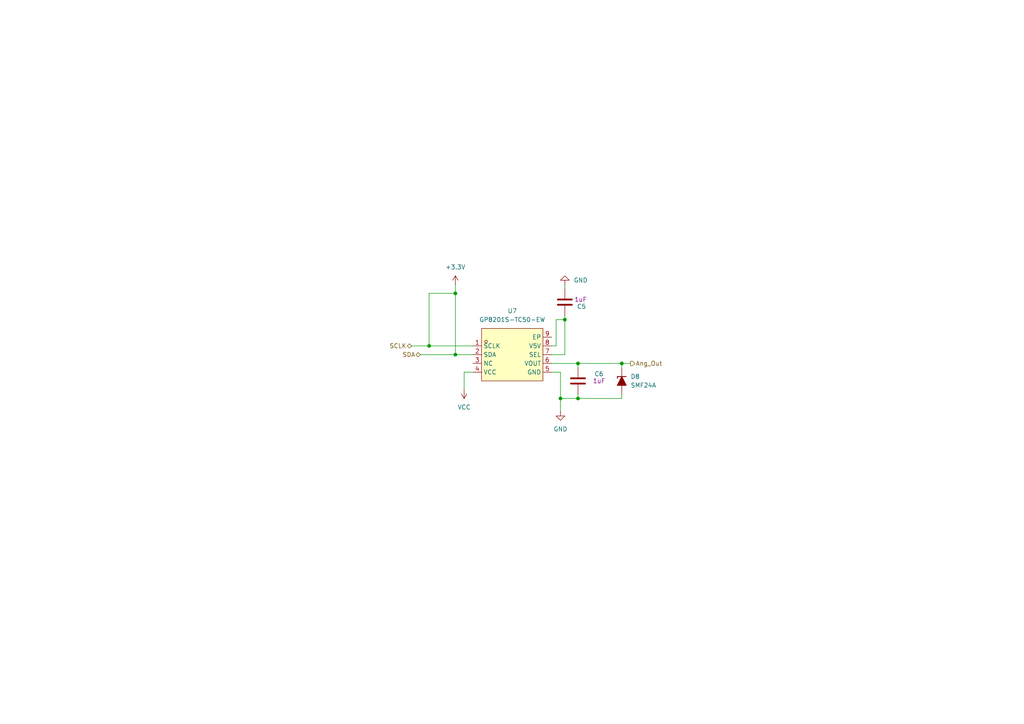
<source format=kicad_sch>
(kicad_sch
	(version 20250114)
	(generator "eeschema")
	(generator_version "9.0")
	(uuid "6f9a5437-dbfe-4803-89c9-79ffa71a6c87")
	(paper "A4")
	(lib_symbols
		(symbol "EDA:GP8201S-TC50-EW"
			(exclude_from_sim no)
			(in_bom yes)
			(on_board yes)
			(property "Reference" "U"
				(at 0 10.16 0)
				(effects
					(font
						(size 1.27 1.27)
					)
				)
			)
			(property "Value" "GP8201S-TC50-EW"
				(at 0 -10.16 0)
				(effects
					(font
						(size 1.27 1.27)
					)
				)
			)
			(property "Footprint" "EasyEDA:ESOP-8_L4.9-W3.9-P1.27-LS6.0-BL-EP"
				(at 0 -12.7 0)
				(effects
					(font
						(size 1.27 1.27)
					)
					(hide yes)
				)
			)
			(property "Datasheet" ""
				(at 0 0 0)
				(effects
					(font
						(size 1.27 1.27)
					)
					(hide yes)
				)
			)
			(property "Description" ""
				(at 0 0 0)
				(effects
					(font
						(size 1.27 1.27)
					)
					(hide yes)
				)
			)
			(property "LCSC Part" "C5240058"
				(at 0 -15.24 0)
				(effects
					(font
						(size 1.27 1.27)
					)
					(hide yes)
				)
			)
			(symbol "GP8201S-TC50-EW_0_1"
				(rectangle
					(start -8.89 7.62)
					(end 8.89 -7.62)
					(stroke
						(width 0)
						(type default)
					)
					(fill
						(type background)
					)
				)
				(circle
					(center -7.62 3.81)
					(radius 0.38)
					(stroke
						(width 0)
						(type default)
					)
					(fill
						(type none)
					)
				)
				(pin unspecified line
					(at -11.43 2.54 0)
					(length 2.54)
					(name "SCLK"
						(effects
							(font
								(size 1.27 1.27)
							)
						)
					)
					(number "1"
						(effects
							(font
								(size 1.27 1.27)
							)
						)
					)
				)
				(pin unspecified line
					(at -11.43 0 0)
					(length 2.54)
					(name "SDA"
						(effects
							(font
								(size 1.27 1.27)
							)
						)
					)
					(number "2"
						(effects
							(font
								(size 1.27 1.27)
							)
						)
					)
				)
				(pin unspecified line
					(at -11.43 -2.54 0)
					(length 2.54)
					(name "NC"
						(effects
							(font
								(size 1.27 1.27)
							)
						)
					)
					(number "3"
						(effects
							(font
								(size 1.27 1.27)
							)
						)
					)
				)
				(pin unspecified line
					(at -11.43 -5.08 0)
					(length 2.54)
					(name "VCC"
						(effects
							(font
								(size 1.27 1.27)
							)
						)
					)
					(number "4"
						(effects
							(font
								(size 1.27 1.27)
							)
						)
					)
				)
				(pin unspecified line
					(at 11.43 5.08 180)
					(length 2.54)
					(name "EP"
						(effects
							(font
								(size 1.27 1.27)
							)
						)
					)
					(number "9"
						(effects
							(font
								(size 1.27 1.27)
							)
						)
					)
				)
				(pin unspecified line
					(at 11.43 2.54 180)
					(length 2.54)
					(name "V5V"
						(effects
							(font
								(size 1.27 1.27)
							)
						)
					)
					(number "8"
						(effects
							(font
								(size 1.27 1.27)
							)
						)
					)
				)
				(pin unspecified line
					(at 11.43 0 180)
					(length 2.54)
					(name "SEL"
						(effects
							(font
								(size 1.27 1.27)
							)
						)
					)
					(number "7"
						(effects
							(font
								(size 1.27 1.27)
							)
						)
					)
				)
				(pin unspecified line
					(at 11.43 -2.54 180)
					(length 2.54)
					(name "VOUT"
						(effects
							(font
								(size 1.27 1.27)
							)
						)
					)
					(number "6"
						(effects
							(font
								(size 1.27 1.27)
							)
						)
					)
				)
				(pin unspecified line
					(at 11.43 -5.08 180)
					(length 2.54)
					(name "GND"
						(effects
							(font
								(size 1.27 1.27)
							)
						)
					)
					(number "5"
						(effects
							(font
								(size 1.27 1.27)
							)
						)
					)
				)
			)
			(embedded_fonts no)
		)
		(symbol "PCM_Capacitor_US_AKL:C_0603"
			(pin_numbers
				(hide yes)
			)
			(pin_names
				(offset 0.254)
			)
			(exclude_from_sim no)
			(in_bom yes)
			(on_board yes)
			(property "Reference" "C"
				(at 0.635 2.54 0)
				(effects
					(font
						(size 1.27 1.27)
					)
					(justify left)
				)
			)
			(property "Value" "C_0603"
				(at 0.635 -2.54 0)
				(effects
					(font
						(size 1.27 1.27)
					)
					(justify left)
				)
			)
			(property "Footprint" "PCM_Capacitor_SMD_AKL:C_0603_1608Metric"
				(at 0.9652 -3.81 0)
				(effects
					(font
						(size 1.27 1.27)
					)
					(hide yes)
				)
			)
			(property "Datasheet" "~"
				(at 0 0 0)
				(effects
					(font
						(size 1.27 1.27)
					)
					(hide yes)
				)
			)
			(property "Description" "SMD 0603 MLCC capacitor, Alternate KiCad Library"
				(at 0 0 0)
				(effects
					(font
						(size 1.27 1.27)
					)
					(hide yes)
				)
			)
			(property "ki_keywords" "cap capacitor ceramic chip mlcc smd 0603"
				(at 0 0 0)
				(effects
					(font
						(size 1.27 1.27)
					)
					(hide yes)
				)
			)
			(property "ki_fp_filters" "C_*"
				(at 0 0 0)
				(effects
					(font
						(size 1.27 1.27)
					)
					(hide yes)
				)
			)
			(symbol "C_0603_0_1"
				(polyline
					(pts
						(xy -2.032 0.762) (xy 2.032 0.762)
					)
					(stroke
						(width 0.508)
						(type default)
					)
					(fill
						(type none)
					)
				)
				(polyline
					(pts
						(xy -2.032 -0.762) (xy 2.032 -0.762)
					)
					(stroke
						(width 0.508)
						(type default)
					)
					(fill
						(type none)
					)
				)
			)
			(symbol "C_0603_0_2"
				(polyline
					(pts
						(xy -2.54 -2.54) (xy -0.381 -0.381)
					)
					(stroke
						(width 0)
						(type default)
					)
					(fill
						(type none)
					)
				)
				(polyline
					(pts
						(xy -0.508 -0.508) (xy -1.651 0.635)
					)
					(stroke
						(width 0.508)
						(type default)
					)
					(fill
						(type none)
					)
				)
				(polyline
					(pts
						(xy -0.508 -0.508) (xy 0.635 -1.651)
					)
					(stroke
						(width 0.508)
						(type default)
					)
					(fill
						(type none)
					)
				)
				(polyline
					(pts
						(xy 0.381 0.381) (xy 2.54 2.54)
					)
					(stroke
						(width 0)
						(type default)
					)
					(fill
						(type none)
					)
				)
				(polyline
					(pts
						(xy 0.508 0.508) (xy -0.635 1.651)
					)
					(stroke
						(width 0.508)
						(type default)
					)
					(fill
						(type none)
					)
				)
				(polyline
					(pts
						(xy 0.508 0.508) (xy 1.651 -0.635)
					)
					(stroke
						(width 0.508)
						(type default)
					)
					(fill
						(type none)
					)
				)
			)
			(symbol "C_0603_1_1"
				(pin passive line
					(at 0 3.81 270)
					(length 2.794)
					(name "~"
						(effects
							(font
								(size 1.27 1.27)
							)
						)
					)
					(number "1"
						(effects
							(font
								(size 1.27 1.27)
							)
						)
					)
				)
				(pin passive line
					(at 0 -3.81 90)
					(length 2.794)
					(name "~"
						(effects
							(font
								(size 1.27 1.27)
							)
						)
					)
					(number "2"
						(effects
							(font
								(size 1.27 1.27)
							)
						)
					)
				)
			)
			(symbol "C_0603_1_2"
				(pin passive line
					(at -2.54 -2.54 90)
					(length 0)
					(name "~"
						(effects
							(font
								(size 1.27 1.27)
							)
						)
					)
					(number "2"
						(effects
							(font
								(size 1.27 1.27)
							)
						)
					)
				)
				(pin passive line
					(at 2.54 2.54 270)
					(length 0)
					(name "~"
						(effects
							(font
								(size 1.27 1.27)
							)
						)
					)
					(number "1"
						(effects
							(font
								(size 1.27 1.27)
							)
						)
					)
				)
			)
			(embedded_fonts no)
		)
		(symbol "PCM_Diode_TVS_AKL:SMF24A"
			(pin_numbers
				(hide yes)
			)
			(pin_names
				(offset 1.016)
				(hide yes)
			)
			(exclude_from_sim no)
			(in_bom yes)
			(on_board yes)
			(property "Reference" "D"
				(at 0 5.08 0)
				(effects
					(font
						(size 1.27 1.27)
					)
				)
			)
			(property "Value" "SMF24A"
				(at 0 2.54 0)
				(effects
					(font
						(size 1.27 1.27)
					)
				)
			)
			(property "Footprint" "PCM_Diode_SMD_AKL:D_SOD-123F"
				(at 0 0 0)
				(effects
					(font
						(size 1.27 1.27)
					)
					(hide yes)
				)
			)
			(property "Datasheet" "https://www.tme.eu/Document/95faf1e5e821ed1b438500c66c7b0bd9/smf50a.pdf"
				(at 0 0 0)
				(effects
					(font
						(size 1.27 1.27)
					)
					(hide yes)
				)
			)
			(property "Description" "SOD-123F Unidirectional TVS diode, 24V, 200W, Alternate KiCAD Library"
				(at 0 0 0)
				(effects
					(font
						(size 1.27 1.27)
					)
					(hide yes)
				)
			)
			(property "ki_keywords" "diode unidirectional TVS SMF-A"
				(at 0 0 0)
				(effects
					(font
						(size 1.27 1.27)
					)
					(hide yes)
				)
			)
			(property "ki_fp_filters" "TO-???* *_Diode_* *SingleDiode* D_*"
				(at 0 0 0)
				(effects
					(font
						(size 1.27 1.27)
					)
					(hide yes)
				)
			)
			(symbol "SMF24A_0_1"
				(polyline
					(pts
						(xy -1.27 1.27) (xy -1.27 -1.27) (xy 1.27 0) (xy -1.27 1.27)
					)
					(stroke
						(width 0.254)
						(type default)
					)
					(fill
						(type outline)
					)
				)
				(polyline
					(pts
						(xy -1.27 0) (xy 1.27 0)
					)
					(stroke
						(width 0)
						(type default)
					)
					(fill
						(type none)
					)
				)
				(polyline
					(pts
						(xy 1.27 1.27) (xy 0.762 1.27)
					)
					(stroke
						(width 0.254)
						(type default)
					)
					(fill
						(type none)
					)
				)
				(polyline
					(pts
						(xy 1.27 -1.27) (xy 1.27 1.27)
					)
					(stroke
						(width 0.254)
						(type default)
					)
					(fill
						(type none)
					)
				)
			)
			(symbol "SMF24A_0_2"
				(polyline
					(pts
						(xy -2.54 -2.54) (xy 2.54 2.54)
					)
					(stroke
						(width 0)
						(type default)
					)
					(fill
						(type none)
					)
				)
				(polyline
					(pts
						(xy -0.889 -0.889) (xy -1.778 0) (xy 0.889 0.889) (xy 0 -1.778) (xy -0.889 -0.889)
					)
					(stroke
						(width 0.254)
						(type default)
					)
					(fill
						(type outline)
					)
				)
				(polyline
					(pts
						(xy 0 1.778) (xy -0.381 1.397)
					)
					(stroke
						(width 0.254)
						(type default)
					)
					(fill
						(type none)
					)
				)
				(polyline
					(pts
						(xy 0 1.778) (xy 1.778 0)
					)
					(stroke
						(width 0.254)
						(type default)
					)
					(fill
						(type none)
					)
				)
			)
			(symbol "SMF24A_1_1"
				(pin passive line
					(at -3.81 0 0)
					(length 2.54)
					(name "A"
						(effects
							(font
								(size 1.27 1.27)
							)
						)
					)
					(number "2"
						(effects
							(font
								(size 1.27 1.27)
							)
						)
					)
				)
				(pin passive line
					(at 3.81 0 180)
					(length 2.54)
					(name "K"
						(effects
							(font
								(size 1.27 1.27)
							)
						)
					)
					(number "1"
						(effects
							(font
								(size 1.27 1.27)
							)
						)
					)
				)
			)
			(symbol "SMF24A_1_2"
				(pin passive line
					(at -2.54 -2.54 0)
					(length 0)
					(name "A"
						(effects
							(font
								(size 1.27 1.27)
							)
						)
					)
					(number "2"
						(effects
							(font
								(size 1.27 1.27)
							)
						)
					)
				)
				(pin passive line
					(at 2.54 2.54 180)
					(length 0)
					(name "K"
						(effects
							(font
								(size 1.27 1.27)
							)
						)
					)
					(number "1"
						(effects
							(font
								(size 1.27 1.27)
							)
						)
					)
				)
			)
			(embedded_fonts no)
		)
		(symbol "power:+3.3V"
			(power)
			(pin_numbers
				(hide yes)
			)
			(pin_names
				(offset 0)
				(hide yes)
			)
			(exclude_from_sim no)
			(in_bom yes)
			(on_board yes)
			(property "Reference" "#PWR"
				(at 0 -3.81 0)
				(effects
					(font
						(size 1.27 1.27)
					)
					(hide yes)
				)
			)
			(property "Value" "+3.3V"
				(at 0 3.556 0)
				(effects
					(font
						(size 1.27 1.27)
					)
				)
			)
			(property "Footprint" ""
				(at 0 0 0)
				(effects
					(font
						(size 1.27 1.27)
					)
					(hide yes)
				)
			)
			(property "Datasheet" ""
				(at 0 0 0)
				(effects
					(font
						(size 1.27 1.27)
					)
					(hide yes)
				)
			)
			(property "Description" "Power symbol creates a global label with name \"+3.3V\""
				(at 0 0 0)
				(effects
					(font
						(size 1.27 1.27)
					)
					(hide yes)
				)
			)
			(property "ki_keywords" "global power"
				(at 0 0 0)
				(effects
					(font
						(size 1.27 1.27)
					)
					(hide yes)
				)
			)
			(symbol "+3.3V_0_1"
				(polyline
					(pts
						(xy -0.762 1.27) (xy 0 2.54)
					)
					(stroke
						(width 0)
						(type default)
					)
					(fill
						(type none)
					)
				)
				(polyline
					(pts
						(xy 0 2.54) (xy 0.762 1.27)
					)
					(stroke
						(width 0)
						(type default)
					)
					(fill
						(type none)
					)
				)
				(polyline
					(pts
						(xy 0 0) (xy 0 2.54)
					)
					(stroke
						(width 0)
						(type default)
					)
					(fill
						(type none)
					)
				)
			)
			(symbol "+3.3V_1_1"
				(pin power_in line
					(at 0 0 90)
					(length 0)
					(name "~"
						(effects
							(font
								(size 1.27 1.27)
							)
						)
					)
					(number "1"
						(effects
							(font
								(size 1.27 1.27)
							)
						)
					)
				)
			)
			(embedded_fonts no)
		)
		(symbol "power:GND"
			(power)
			(pin_numbers
				(hide yes)
			)
			(pin_names
				(offset 0)
				(hide yes)
			)
			(exclude_from_sim no)
			(in_bom yes)
			(on_board yes)
			(property "Reference" "#PWR"
				(at 0 -6.35 0)
				(effects
					(font
						(size 1.27 1.27)
					)
					(hide yes)
				)
			)
			(property "Value" "GND"
				(at 0 -3.81 0)
				(effects
					(font
						(size 1.27 1.27)
					)
				)
			)
			(property "Footprint" ""
				(at 0 0 0)
				(effects
					(font
						(size 1.27 1.27)
					)
					(hide yes)
				)
			)
			(property "Datasheet" ""
				(at 0 0 0)
				(effects
					(font
						(size 1.27 1.27)
					)
					(hide yes)
				)
			)
			(property "Description" "Power symbol creates a global label with name \"GND\" , ground"
				(at 0 0 0)
				(effects
					(font
						(size 1.27 1.27)
					)
					(hide yes)
				)
			)
			(property "ki_keywords" "global power"
				(at 0 0 0)
				(effects
					(font
						(size 1.27 1.27)
					)
					(hide yes)
				)
			)
			(symbol "GND_0_1"
				(polyline
					(pts
						(xy 0 0) (xy 0 -1.27) (xy 1.27 -1.27) (xy 0 -2.54) (xy -1.27 -1.27) (xy 0 -1.27)
					)
					(stroke
						(width 0)
						(type default)
					)
					(fill
						(type none)
					)
				)
			)
			(symbol "GND_1_1"
				(pin power_in line
					(at 0 0 270)
					(length 0)
					(name "~"
						(effects
							(font
								(size 1.27 1.27)
							)
						)
					)
					(number "1"
						(effects
							(font
								(size 1.27 1.27)
							)
						)
					)
				)
			)
			(embedded_fonts no)
		)
		(symbol "power:VCC"
			(power)
			(pin_numbers
				(hide yes)
			)
			(pin_names
				(offset 0)
				(hide yes)
			)
			(exclude_from_sim no)
			(in_bom yes)
			(on_board yes)
			(property "Reference" "#PWR"
				(at 0 -3.81 0)
				(effects
					(font
						(size 1.27 1.27)
					)
					(hide yes)
				)
			)
			(property "Value" "VCC"
				(at 0 3.556 0)
				(effects
					(font
						(size 1.27 1.27)
					)
				)
			)
			(property "Footprint" ""
				(at 0 0 0)
				(effects
					(font
						(size 1.27 1.27)
					)
					(hide yes)
				)
			)
			(property "Datasheet" ""
				(at 0 0 0)
				(effects
					(font
						(size 1.27 1.27)
					)
					(hide yes)
				)
			)
			(property "Description" "Power symbol creates a global label with name \"VCC\""
				(at 0 0 0)
				(effects
					(font
						(size 1.27 1.27)
					)
					(hide yes)
				)
			)
			(property "ki_keywords" "global power"
				(at 0 0 0)
				(effects
					(font
						(size 1.27 1.27)
					)
					(hide yes)
				)
			)
			(symbol "VCC_0_1"
				(polyline
					(pts
						(xy -0.762 1.27) (xy 0 2.54)
					)
					(stroke
						(width 0)
						(type default)
					)
					(fill
						(type none)
					)
				)
				(polyline
					(pts
						(xy 0 2.54) (xy 0.762 1.27)
					)
					(stroke
						(width 0)
						(type default)
					)
					(fill
						(type none)
					)
				)
				(polyline
					(pts
						(xy 0 0) (xy 0 2.54)
					)
					(stroke
						(width 0)
						(type default)
					)
					(fill
						(type none)
					)
				)
			)
			(symbol "VCC_1_1"
				(pin power_in line
					(at 0 0 90)
					(length 0)
					(name "~"
						(effects
							(font
								(size 1.27 1.27)
							)
						)
					)
					(number "1"
						(effects
							(font
								(size 1.27 1.27)
							)
						)
					)
				)
			)
			(embedded_fonts no)
		)
	)
	(junction
		(at 167.64 115.57)
		(diameter 0)
		(color 0 0 0 0)
		(uuid "09e4e9b7-6f5d-432c-b3b9-f0f3b8c97eb9")
	)
	(junction
		(at 180.34 105.41)
		(diameter 0)
		(color 0 0 0 0)
		(uuid "43e1bc8e-4515-499f-840a-7c58dbb84e54")
	)
	(junction
		(at 124.46 100.33)
		(diameter 0)
		(color 0 0 0 0)
		(uuid "576e1280-0e7b-431c-93af-25c32f775a99")
	)
	(junction
		(at 132.08 85.09)
		(diameter 0)
		(color 0 0 0 0)
		(uuid "8b612a0a-96d1-401f-91d6-1f0679119896")
	)
	(junction
		(at 132.08 102.87)
		(diameter 0)
		(color 0 0 0 0)
		(uuid "9340dfbf-9e15-47d1-babc-2a928d210532")
	)
	(junction
		(at 163.83 92.71)
		(diameter 0)
		(color 0 0 0 0)
		(uuid "a2887226-6f36-4fee-ba9b-218872be1d48")
	)
	(junction
		(at 167.64 105.41)
		(diameter 0)
		(color 0 0 0 0)
		(uuid "b1586594-442e-4456-a84f-fd604fc8024e")
	)
	(junction
		(at 162.56 115.57)
		(diameter 0)
		(color 0 0 0 0)
		(uuid "b7456334-a64d-4f55-a606-6985502c2927")
	)
	(wire
		(pts
			(xy 163.83 82.55) (xy 163.83 83.82)
		)
		(stroke
			(width 0)
			(type default)
		)
		(uuid "086f755f-0403-4c2c-81f8-37d5bb37624a")
	)
	(wire
		(pts
			(xy 160.02 107.95) (xy 162.56 107.95)
		)
		(stroke
			(width 0)
			(type default)
		)
		(uuid "169839c4-08e3-4514-a8a8-37813faa92bf")
	)
	(wire
		(pts
			(xy 132.08 82.55) (xy 132.08 85.09)
		)
		(stroke
			(width 0)
			(type default)
		)
		(uuid "18a0c56a-3884-446e-a1bf-803098577bff")
	)
	(wire
		(pts
			(xy 124.46 100.33) (xy 137.16 100.33)
		)
		(stroke
			(width 0)
			(type default)
		)
		(uuid "1b3f365f-9ba0-4bee-b6c9-a2457dd71c30")
	)
	(wire
		(pts
			(xy 163.83 91.44) (xy 163.83 92.71)
		)
		(stroke
			(width 0)
			(type default)
		)
		(uuid "1d31cc87-e9fe-42c6-97f3-f52d577ea4e4")
	)
	(wire
		(pts
			(xy 134.62 107.95) (xy 134.62 113.03)
		)
		(stroke
			(width 0)
			(type default)
		)
		(uuid "3c1af51a-20c4-471b-bfa7-adcb40fe4099")
	)
	(wire
		(pts
			(xy 132.08 85.09) (xy 132.08 102.87)
		)
		(stroke
			(width 0)
			(type default)
		)
		(uuid "48b0dbea-ca83-4643-a117-dc88e986b290")
	)
	(wire
		(pts
			(xy 167.64 105.41) (xy 180.34 105.41)
		)
		(stroke
			(width 0)
			(type default)
		)
		(uuid "4be5b1fa-0193-46f6-b649-8ef558e7cd40")
	)
	(wire
		(pts
			(xy 180.34 105.41) (xy 182.88 105.41)
		)
		(stroke
			(width 0)
			(type default)
		)
		(uuid "4d2bbaaf-34a8-4b55-ba18-07386df9c9f7")
	)
	(wire
		(pts
			(xy 124.46 85.09) (xy 124.46 100.33)
		)
		(stroke
			(width 0)
			(type default)
		)
		(uuid "4f070ff7-3e76-43c8-ad33-4063cfb4605c")
	)
	(wire
		(pts
			(xy 162.56 115.57) (xy 162.56 119.38)
		)
		(stroke
			(width 0)
			(type default)
		)
		(uuid "69a3073f-7ddc-4fb1-a61c-f96f31a8b08b")
	)
	(wire
		(pts
			(xy 167.64 114.3) (xy 167.64 115.57)
		)
		(stroke
			(width 0)
			(type default)
		)
		(uuid "69b99725-068e-4f11-a0d6-b27f19c0b739")
	)
	(wire
		(pts
			(xy 161.29 92.71) (xy 163.83 92.71)
		)
		(stroke
			(width 0)
			(type default)
		)
		(uuid "895db925-7bd0-4e82-abac-ae809fd0a183")
	)
	(wire
		(pts
			(xy 160.02 105.41) (xy 167.64 105.41)
		)
		(stroke
			(width 0)
			(type default)
		)
		(uuid "8fbf24e1-b699-4ae1-a046-10a4507f05c0")
	)
	(wire
		(pts
			(xy 119.38 100.33) (xy 124.46 100.33)
		)
		(stroke
			(width 0)
			(type default)
		)
		(uuid "900c04cb-bec0-402b-b3b3-72e7f4d8abd9")
	)
	(wire
		(pts
			(xy 162.56 115.57) (xy 167.64 115.57)
		)
		(stroke
			(width 0)
			(type default)
		)
		(uuid "9ed8a774-a400-40ff-a0ab-014628fcd317")
	)
	(wire
		(pts
			(xy 160.02 100.33) (xy 161.29 100.33)
		)
		(stroke
			(width 0)
			(type default)
		)
		(uuid "9f0d25a4-40f4-4d70-9534-7fb10fe425f7")
	)
	(wire
		(pts
			(xy 180.34 115.57) (xy 167.64 115.57)
		)
		(stroke
			(width 0)
			(type default)
		)
		(uuid "b69934a9-bf11-4a19-b570-e4d96cec7de9")
	)
	(wire
		(pts
			(xy 124.46 85.09) (xy 132.08 85.09)
		)
		(stroke
			(width 0)
			(type default)
		)
		(uuid "bccf46f8-509e-45ad-821c-c8a7789b3ba2")
	)
	(wire
		(pts
			(xy 163.83 92.71) (xy 163.83 102.87)
		)
		(stroke
			(width 0)
			(type default)
		)
		(uuid "c17c51b5-0888-48db-9444-1cdbb0056fc9")
	)
	(wire
		(pts
			(xy 160.02 102.87) (xy 163.83 102.87)
		)
		(stroke
			(width 0)
			(type default)
		)
		(uuid "c467c433-0b90-4d2f-850f-066b69f83b22")
	)
	(wire
		(pts
			(xy 137.16 107.95) (xy 134.62 107.95)
		)
		(stroke
			(width 0)
			(type default)
		)
		(uuid "c7cdf0c9-55b8-40e3-b6ba-ba829fbfd4e8")
	)
	(wire
		(pts
			(xy 180.34 105.41) (xy 180.34 106.68)
		)
		(stroke
			(width 0)
			(type default)
		)
		(uuid "d4cbbaee-4ea2-40a8-a54b-53315e858140")
	)
	(wire
		(pts
			(xy 161.29 100.33) (xy 161.29 92.71)
		)
		(stroke
			(width 0)
			(type default)
		)
		(uuid "d52e0cf8-2d21-4a8c-90d2-939e69313052")
	)
	(wire
		(pts
			(xy 132.08 102.87) (xy 137.16 102.87)
		)
		(stroke
			(width 0)
			(type default)
		)
		(uuid "e00ad528-679e-423d-9f09-0a5b23e687f6")
	)
	(wire
		(pts
			(xy 121.92 102.87) (xy 132.08 102.87)
		)
		(stroke
			(width 0)
			(type default)
		)
		(uuid "e2f7bca2-77ad-4275-bdbc-b6c5579566ca")
	)
	(wire
		(pts
			(xy 180.34 114.3) (xy 180.34 115.57)
		)
		(stroke
			(width 0)
			(type default)
		)
		(uuid "f66b741a-1ae8-44b6-999e-883c12e182c5")
	)
	(wire
		(pts
			(xy 167.64 105.41) (xy 167.64 106.68)
		)
		(stroke
			(width 0)
			(type default)
		)
		(uuid "f9ae1534-297b-4358-856b-7300885946a5")
	)
	(wire
		(pts
			(xy 162.56 107.95) (xy 162.56 115.57)
		)
		(stroke
			(width 0)
			(type default)
		)
		(uuid "fcc962b6-92fd-45c9-a864-407c3076a9c5")
	)
	(hierarchical_label "Ang_Out"
		(shape output)
		(at 182.88 105.41 0)
		(effects
			(font
				(size 1.27 1.27)
			)
			(justify left)
		)
		(uuid "048a8113-f1fa-40a5-a711-61f9e3afe27c")
	)
	(hierarchical_label "SCLK"
		(shape bidirectional)
		(at 119.38 100.33 180)
		(effects
			(font
				(size 1.27 1.27)
			)
			(justify right)
		)
		(uuid "0f5aa12f-77dc-4850-a9f5-6438763edac9")
	)
	(hierarchical_label "SDA"
		(shape bidirectional)
		(at 121.92 102.87 180)
		(effects
			(font
				(size 1.27 1.27)
			)
			(justify right)
		)
		(uuid "37bd6acc-0834-4922-85e6-bb4ee4a4350a")
	)
	(symbol
		(lib_id "EDA:GP8201S-TC50-EW")
		(at 148.59 102.87 0)
		(unit 1)
		(exclude_from_sim no)
		(in_bom yes)
		(on_board yes)
		(dnp no)
		(fields_autoplaced yes)
		(uuid "1c8235b6-4c82-4351-bdd4-e417de964e16")
		(property "Reference" "U7"
			(at 148.59 90.17 0)
			(effects
				(font
					(size 1.27 1.27)
				)
			)
		)
		(property "Value" "GP8201S-TC50-EW"
			(at 148.59 92.71 0)
			(effects
				(font
					(size 1.27 1.27)
				)
			)
		)
		(property "Footprint" "EastEDA:GP8303-TC50-EW"
			(at 148.59 115.57 0)
			(effects
				(font
					(size 1.27 1.27)
				)
				(hide yes)
			)
		)
		(property "Datasheet" ""
			(at 148.59 102.87 0)
			(effects
				(font
					(size 1.27 1.27)
				)
				(hide yes)
			)
		)
		(property "Description" ""
			(at 148.59 102.87 0)
			(effects
				(font
					(size 1.27 1.27)
				)
				(hide yes)
			)
		)
		(property "LCSC Part" "C5240058"
			(at 148.59 118.11 0)
			(effects
				(font
					(size 1.27 1.27)
				)
				(hide yes)
			)
		)
		(pin "1"
			(uuid "a6c5d166-e6ee-4455-a96d-c6aa24032244")
		)
		(pin "8"
			(uuid "35b42185-c827-408d-95eb-3baefba9f8f3")
		)
		(pin "7"
			(uuid "14fd1596-ea2b-42d8-83d9-8f87795070a2")
		)
		(pin "9"
			(uuid "5254e664-1638-4869-bc5c-2601e3602df5")
		)
		(pin "5"
			(uuid "96615a81-0b22-4f63-a906-93c71bd765a9")
		)
		(pin "2"
			(uuid "b61eab73-96c6-4c46-8bb1-bee884e0631b")
		)
		(pin "4"
			(uuid "201dd72b-49d1-4ab9-99d8-1c70ef8ef94a")
		)
		(pin "6"
			(uuid "c7e5bae7-9ba0-467a-af7e-442a3c966ed7")
		)
		(pin "3"
			(uuid "008f72d9-e774-4ba0-9bea-5b02ce0c01a4")
		)
		(instances
			(project ""
				(path "/42622735-4343-4315-af64-a45701a752b6/711b914f-41ac-411e-bef3-8ade05c9a19b/dc01e10b-d249-42c3-b8d8-c88003a59ea8"
					(reference "U7")
					(unit 1)
				)
			)
		)
	)
	(symbol
		(lib_id "power:GND")
		(at 162.56 119.38 0)
		(unit 1)
		(exclude_from_sim no)
		(in_bom yes)
		(on_board yes)
		(dnp no)
		(fields_autoplaced yes)
		(uuid "4356a270-3d6d-42ed-bd84-0ee171baa72e")
		(property "Reference" "#PWR040"
			(at 162.56 125.73 0)
			(effects
				(font
					(size 1.27 1.27)
				)
				(hide yes)
			)
		)
		(property "Value" "GND"
			(at 162.56 124.46 0)
			(effects
				(font
					(size 1.27 1.27)
				)
			)
		)
		(property "Footprint" ""
			(at 162.56 119.38 0)
			(effects
				(font
					(size 1.27 1.27)
				)
				(hide yes)
			)
		)
		(property "Datasheet" ""
			(at 162.56 119.38 0)
			(effects
				(font
					(size 1.27 1.27)
				)
				(hide yes)
			)
		)
		(property "Description" "Power symbol creates a global label with name \"GND\" , ground"
			(at 162.56 119.38 0)
			(effects
				(font
					(size 1.27 1.27)
				)
				(hide yes)
			)
		)
		(pin "1"
			(uuid "9174fb40-2bfc-41b6-9cb6-6c88bbb8ad0d")
		)
		(instances
			(project ""
				(path "/42622735-4343-4315-af64-a45701a752b6/711b914f-41ac-411e-bef3-8ade05c9a19b/dc01e10b-d249-42c3-b8d8-c88003a59ea8"
					(reference "#PWR040")
					(unit 1)
				)
			)
		)
	)
	(symbol
		(lib_id "power:VCC")
		(at 134.62 113.03 180)
		(unit 1)
		(exclude_from_sim no)
		(in_bom yes)
		(on_board yes)
		(dnp no)
		(fields_autoplaced yes)
		(uuid "50ead88b-2ca2-4da9-b283-e4052e6512b7")
		(property "Reference" "#PWR039"
			(at 134.62 109.22 0)
			(effects
				(font
					(size 1.27 1.27)
				)
				(hide yes)
			)
		)
		(property "Value" "VCC"
			(at 134.62 118.11 0)
			(effects
				(font
					(size 1.27 1.27)
				)
			)
		)
		(property "Footprint" ""
			(at 134.62 113.03 0)
			(effects
				(font
					(size 1.27 1.27)
				)
				(hide yes)
			)
		)
		(property "Datasheet" ""
			(at 134.62 113.03 0)
			(effects
				(font
					(size 1.27 1.27)
				)
				(hide yes)
			)
		)
		(property "Description" "Power symbol creates a global label with name \"VCC\""
			(at 134.62 113.03 0)
			(effects
				(font
					(size 1.27 1.27)
				)
				(hide yes)
			)
		)
		(pin "1"
			(uuid "346de72b-38ca-4f28-983e-ebe5a12631ea")
		)
		(instances
			(project ""
				(path "/42622735-4343-4315-af64-a45701a752b6/711b914f-41ac-411e-bef3-8ade05c9a19b/dc01e10b-d249-42c3-b8d8-c88003a59ea8"
					(reference "#PWR039")
					(unit 1)
				)
			)
		)
	)
	(symbol
		(lib_id "power:GND")
		(at 163.83 82.55 180)
		(unit 1)
		(exclude_from_sim no)
		(in_bom yes)
		(on_board yes)
		(dnp no)
		(fields_autoplaced yes)
		(uuid "62d025a1-6a6a-41f6-8caa-cf8b62fd1455")
		(property "Reference" "#PWR041"
			(at 163.83 76.2 0)
			(effects
				(font
					(size 1.27 1.27)
				)
				(hide yes)
			)
		)
		(property "Value" "GND"
			(at 166.37 81.2799 0)
			(effects
				(font
					(size 1.27 1.27)
				)
				(justify right)
			)
		)
		(property "Footprint" ""
			(at 163.83 82.55 0)
			(effects
				(font
					(size 1.27 1.27)
				)
				(hide yes)
			)
		)
		(property "Datasheet" ""
			(at 163.83 82.55 0)
			(effects
				(font
					(size 1.27 1.27)
				)
				(hide yes)
			)
		)
		(property "Description" "Power symbol creates a global label with name \"GND\" , ground"
			(at 163.83 82.55 0)
			(effects
				(font
					(size 1.27 1.27)
				)
				(hide yes)
			)
		)
		(pin "1"
			(uuid "ef1bf665-92ad-4816-a260-54f8133ad495")
		)
		(instances
			(project "Nivara Controls"
				(path "/42622735-4343-4315-af64-a45701a752b6/711b914f-41ac-411e-bef3-8ade05c9a19b/dc01e10b-d249-42c3-b8d8-c88003a59ea8"
					(reference "#PWR041")
					(unit 1)
				)
			)
		)
	)
	(symbol
		(lib_id "PCM_Capacitor_US_AKL:C_0603")
		(at 167.64 110.49 180)
		(unit 1)
		(exclude_from_sim no)
		(in_bom yes)
		(on_board yes)
		(dnp no)
		(uuid "e37b0a32-baf1-44b4-8fbf-b01bcffcd29c")
		(property "Reference" "C6"
			(at 173.736 108.458 0)
			(effects
				(font
					(size 1.27 1.27)
				)
			)
		)
		(property "Value" "C_0603"
			(at 173.99 110.236 90)
			(effects
				(font
					(size 1.27 1.27)
				)
				(hide yes)
			)
		)
		(property "Footprint" "PCM_Capacitor_SMD_AKL:C_0603_1608Metric"
			(at 166.6748 106.68 0)
			(effects
				(font
					(size 1.27 1.27)
				)
				(hide yes)
			)
		)
		(property "Datasheet" "~"
			(at 167.64 110.49 0)
			(effects
				(font
					(size 1.27 1.27)
				)
				(hide yes)
			)
		)
		(property "Description" "SMD 0603 MLCC capacitor, Alternate KiCad Library"
			(at 167.64 110.49 0)
			(effects
				(font
					(size 1.27 1.27)
				)
				(hide yes)
			)
		)
		(property "Capacidad" "1uF"
			(at 173.736 110.49 0)
			(effects
				(font
					(size 1.27 1.27)
				)
			)
		)
		(property "Part Number" ""
			(at 167.64 110.49 0)
			(effects
				(font
					(size 1.27 1.27)
				)
			)
		)
		(property "Voltaje" ""
			(at 173.736 112.268 0)
			(effects
				(font
					(size 1.27 1.27)
				)
				(hide yes)
			)
		)
		(pin "1"
			(uuid "d7955421-1935-4b91-bea2-090ff332dd0f")
		)
		(pin "2"
			(uuid "a79d182c-51a9-4d34-bcd6-3b9d0f15b32d")
		)
		(instances
			(project "Nivara Controls"
				(path "/42622735-4343-4315-af64-a45701a752b6/711b914f-41ac-411e-bef3-8ade05c9a19b/dc01e10b-d249-42c3-b8d8-c88003a59ea8"
					(reference "C6")
					(unit 1)
				)
			)
		)
	)
	(symbol
		(lib_id "power:+3.3V")
		(at 132.08 82.55 0)
		(unit 1)
		(exclude_from_sim no)
		(in_bom yes)
		(on_board yes)
		(dnp no)
		(fields_autoplaced yes)
		(uuid "e714c9a6-f264-432f-964d-18667ebe45f5")
		(property "Reference" "#PWR038"
			(at 132.08 86.36 0)
			(effects
				(font
					(size 1.27 1.27)
				)
				(hide yes)
			)
		)
		(property "Value" "+3.3V"
			(at 132.08 77.47 0)
			(effects
				(font
					(size 1.27 1.27)
				)
			)
		)
		(property "Footprint" ""
			(at 132.08 82.55 0)
			(effects
				(font
					(size 1.27 1.27)
				)
				(hide yes)
			)
		)
		(property "Datasheet" ""
			(at 132.08 82.55 0)
			(effects
				(font
					(size 1.27 1.27)
				)
				(hide yes)
			)
		)
		(property "Description" "Power symbol creates a global label with name \"+3.3V\""
			(at 132.08 82.55 0)
			(effects
				(font
					(size 1.27 1.27)
				)
				(hide yes)
			)
		)
		(pin "1"
			(uuid "57ba654b-932e-4985-a75c-687d19984c47")
		)
		(instances
			(project "Nivara Controls"
				(path "/42622735-4343-4315-af64-a45701a752b6/711b914f-41ac-411e-bef3-8ade05c9a19b/dc01e10b-d249-42c3-b8d8-c88003a59ea8"
					(reference "#PWR038")
					(unit 1)
				)
			)
		)
	)
	(symbol
		(lib_id "PCM_Diode_TVS_AKL:SMF24A")
		(at 180.34 110.49 90)
		(unit 1)
		(exclude_from_sim no)
		(in_bom yes)
		(on_board yes)
		(dnp no)
		(fields_autoplaced yes)
		(uuid "f8a40335-f41f-417e-8205-8ac8e1e20d37")
		(property "Reference" "D8"
			(at 182.88 109.2199 90)
			(effects
				(font
					(size 1.27 1.27)
				)
				(justify right)
			)
		)
		(property "Value" "SMF24A"
			(at 182.88 111.7599 90)
			(effects
				(font
					(size 1.27 1.27)
				)
				(justify right)
			)
		)
		(property "Footprint" "PCM_Diode_SMD_AKL:D_SOD-123F"
			(at 180.34 110.49 0)
			(effects
				(font
					(size 1.27 1.27)
				)
				(hide yes)
			)
		)
		(property "Datasheet" "https://www.tme.eu/Document/95faf1e5e821ed1b438500c66c7b0bd9/smf50a.pdf"
			(at 180.34 110.49 0)
			(effects
				(font
					(size 1.27 1.27)
				)
				(hide yes)
			)
		)
		(property "Description" "SOD-123F Unidirectional TVS diode, 24V, 200W, Alternate KiCAD Library"
			(at 180.34 110.49 0)
			(effects
				(font
					(size 1.27 1.27)
				)
				(hide yes)
			)
		)
		(pin "2"
			(uuid "720275b1-c0a4-4b28-8285-78f4b8006bc9")
		)
		(pin "1"
			(uuid "3445502b-137c-4bd2-8df2-3bd3881cfe52")
		)
		(instances
			(project ""
				(path "/42622735-4343-4315-af64-a45701a752b6/711b914f-41ac-411e-bef3-8ade05c9a19b/dc01e10b-d249-42c3-b8d8-c88003a59ea8"
					(reference "D8")
					(unit 1)
				)
			)
		)
	)
	(symbol
		(lib_id "PCM_Capacitor_US_AKL:C_0603")
		(at 163.83 87.63 0)
		(unit 1)
		(exclude_from_sim no)
		(in_bom yes)
		(on_board yes)
		(dnp no)
		(uuid "fdda6298-e8c0-4e41-b2f5-04bfbd04e335")
		(property "Reference" "C5"
			(at 168.656 88.9 0)
			(effects
				(font
					(size 1.27 1.27)
				)
			)
		)
		(property "Value" "C_0603"
			(at 157.48 87.884 90)
			(effects
				(font
					(size 1.27 1.27)
				)
				(hide yes)
			)
		)
		(property "Footprint" "PCM_Capacitor_SMD_AKL:C_0603_1608Metric"
			(at 164.7952 91.44 0)
			(effects
				(font
					(size 1.27 1.27)
				)
				(hide yes)
			)
		)
		(property "Datasheet" "~"
			(at 163.83 87.63 0)
			(effects
				(font
					(size 1.27 1.27)
				)
				(hide yes)
			)
		)
		(property "Description" "SMD 0603 MLCC capacitor, Alternate KiCad Library"
			(at 163.83 87.63 0)
			(effects
				(font
					(size 1.27 1.27)
				)
				(hide yes)
			)
		)
		(property "Capacidad" "1uF"
			(at 168.402 86.868 0)
			(effects
				(font
					(size 1.27 1.27)
				)
			)
		)
		(property "Part Number" ""
			(at 163.83 87.63 0)
			(effects
				(font
					(size 1.27 1.27)
				)
			)
		)
		(property "Voltaje" ""
			(at 168.402 86.868 0)
			(effects
				(font
					(size 1.27 1.27)
				)
				(hide yes)
			)
		)
		(pin "1"
			(uuid "b8c6025d-8aac-448f-9024-3361427cf460")
		)
		(pin "2"
			(uuid "cd46bb8f-0c56-46bf-a1ba-42f425e8c46a")
		)
		(instances
			(project "Nivara Controls"
				(path "/42622735-4343-4315-af64-a45701a752b6/711b914f-41ac-411e-bef3-8ade05c9a19b/dc01e10b-d249-42c3-b8d8-c88003a59ea8"
					(reference "C5")
					(unit 1)
				)
			)
		)
	)
)

</source>
